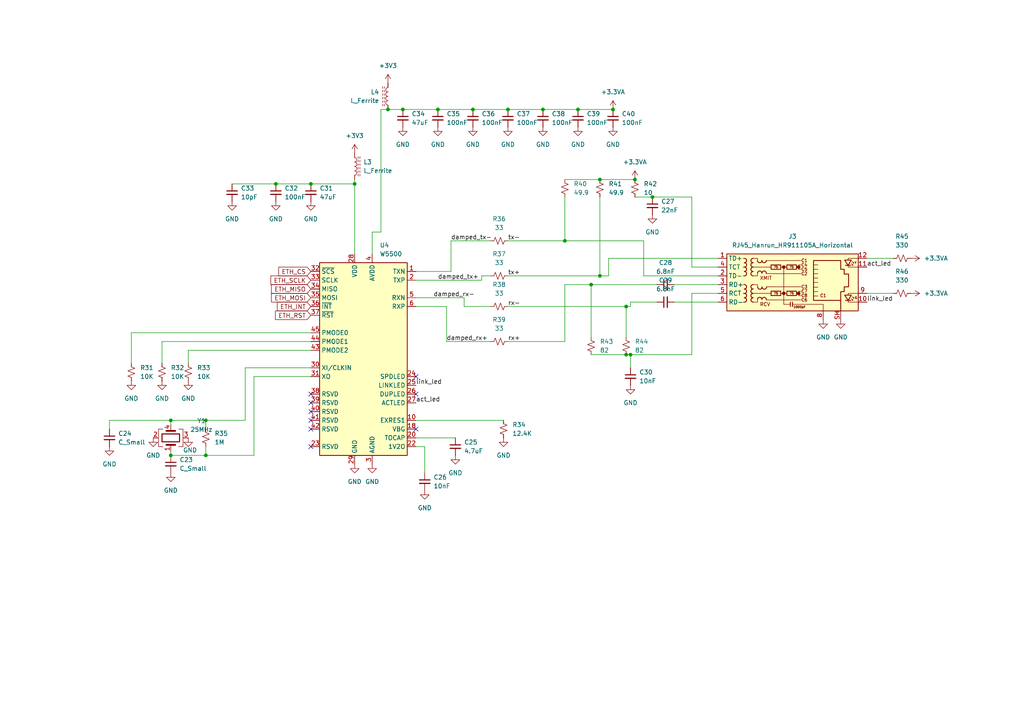
<source format=kicad_sch>
(kicad_sch (version 20231120) (generator "eeschema") (generator_version "8.0")
  (paper "A4")
  (lib_symbols
    (symbol "Connector:RJ45_Hanrun_HR911105A_Horizontal"
      (property "Reference" "J" (at 18.415 10.16 0))
      (property "Value" "RJ45_Hanrun_HR911105A_Horizontal" (at -19.05 10.16 0))
      (symbol "RJ45_Hanrun_HR911105A_Horizontal_0_0"
        (circle (center -1.27 -2.54) (radius 0.0001) (stroke (width 0.508)))
        (circle (center -1.27 5.08) (radius 0.0001) (stroke (width 0.508)))
        (polyline (pts (xy -1.27 5.08) (xy -1.27 -5.715)))
        (polyline (pts (xy 0.635 -5.08) (xy 0.635 -6.35)) (stroke (width 0.254)))
        (polyline (pts (xy 1.27 -5.08) (xy 1.27 -6.35)) (stroke (width 0.254)))
        (polyline (pts (xy 3.048 -2.54) (xy 2.54 -2.54)))
        (polyline (pts (xy 3.048 5.08) (xy 2.54 5.08)))
        (polyline (pts (xy 17.399 -3.048) (xy 17.399 -2.54) (xy 20.32 -2.54)))
        (polyline (pts (xy 17.399 7.112) (xy 17.399 7.62) (xy 20.32 7.62)))
        (polyline (pts (xy 20.32 -5.08) (xy 17.399 -5.08) (xy 17.399 -4.572)))
        (polyline (pts (xy 20.32 5.08) (xy 17.399 5.08) (xy 17.399 5.588)))
        (polyline (pts (xy 3.683 -1.905) (xy 3.048 -1.905) (xy 3.048 -3.175) (xy 3.683 -3.175)))
        (polyline (pts (xy 3.683 5.715) (xy 3.048 5.715) (xy 3.048 4.445) (xy 3.683 4.445)))
        (circle (center 3.048 -2.54) (radius 0.0001) (stroke (width 0.508)))
        (circle (center 3.048 5.08) (radius 0.0001) (stroke (width 0.508)))
        (text "C1" (at 4.699 6.985 0) (effects (font (size 0.889 0.889))))
        (text "C1" (at 10.16 -3.175 0) (effects (font (size 0.889 0.889))))
        (text "C2" (at 4.699 3.175 0) (effects (font (size 0.889 0.889))))
        (text "C3" (at 4.699 -0.635 0) (effects (font (size 0.889 0.889))))
        (text "C4" (at 4.699 5.715 0) (effects (font (size 0.889 0.889))))
        (text "C5" (at 4.699 4.445 0) (effects (font (size 0.889 0.889))))
        (text "C6" (at 4.699 -4.445 0) (effects (font (size 0.889 0.889))))
        (text "C7" (at 4.699 -1.905 0) (effects (font (size 0.889 0.889))))
        (text "C8" (at 4.699 -3.175 0) (effects (font (size 0.889 0.889))))
        (text "RCV" (at -8.255 -5.715 0) (effects (font (size 1.016 1.016)) (justify left)))
        (text "XMIT" (at -8.255 1.905 0) (effects (font (size 1.016 1.016)) (justify left)))
      )
      (symbol "RJ45_Hanrun_HR911105A_Horizontal_0_1"
        (rectangle (start -17.78 8.89) (end 20.32 -7.62) (stroke (width 0.254)) (fill (type background)))
        (polyline (pts (xy -12.7 -5.08) (xy -13.081 -5.08)))
        (polyline (pts (xy -12.7 -2.54) (xy -13.081 -2.54)))
        (polyline (pts (xy -12.7 0) (xy -13.081 0)))
        (polyline (pts (xy -12.7 2.54) (xy -13.081 2.54)))
        (polyline (pts (xy -12.7 5.08) (xy -13.081 5.08)))
        (polyline (pts (xy -12.7 7.62) (xy -13.081 7.62)))
        (polyline (pts (xy -6.35 -4.445) (xy 3.683 -4.445)))
        (polyline (pts (xy -6.35 3.175) (xy 3.683 3.175)))
        (polyline (pts (xy -6.35 6.985) (xy 3.683 6.985)))
        (polyline (pts (xy -6.223 -0.635) (xy 3.683 -0.635)))
        (polyline (pts (xy -5.08 -2.54) (xy -10.16 -2.54)))
        (polyline (pts (xy -4.953 5.08) (xy -10.16 5.08)))
        (polyline (pts (xy -2.159 -2.54) (xy -0.381 -2.54)))
        (polyline (pts (xy -2.159 5.08) (xy -0.381 5.08)))
        (polyline (pts (xy 0.635 -5.715) (xy -1.27 -5.715)))
        (polyline (pts (xy 7.366 -2.032) (xy 8.636 -2.032)))
        (polyline (pts (xy 7.366 -0.762) (xy 8.636 -0.762)))
        (polyline (pts (xy 7.366 0.635) (xy 8.636 0.635)))
        (polyline (pts (xy 7.366 1.905) (xy 8.636 1.905)))
        (polyline (pts (xy 7.366 3.175) (xy 8.636 3.175)))
        (polyline (pts (xy 8.636 -3.302) (xy 7.366 -3.302)))
        (polyline (pts (xy 8.636 4.445) (xy 7.366 4.445)))
        (polyline (pts (xy 8.636 5.715) (xy 7.366 5.715)))
        (polyline (pts (xy 10.16 -5.715) (xy 1.27 -5.715)))
        (polyline (pts (xy 10.16 -5.715) (xy 10.16 -7.62)))
        (polyline (pts (xy -10.16 0) (xy -8.89 0) (xy -8.89 -0.635)))
        (polyline (pts (xy -10.16 7.62) (xy -8.89 7.62) (xy -8.89 6.985)))
        (polyline (pts (xy -8.89 -4.445) (xy -8.89 -5.08) (xy -10.16 -5.08)))
        (polyline (pts (xy -8.89 3.175) (xy -8.89 2.54) (xy -10.16 2.54)))
      )
      (symbol "RJ45_Hanrun_HR911105A_Horizontal_1_0"
        (text "1000pF" (at 3.302 -6.477 0) (effects (font (size 0.635 0.635))))
      )
      (symbol "RJ45_Hanrun_HR911105A_Horizontal_1_1"
        (arc (start -12.7 -1.27) (mid -12.0677 -0.635) (end -12.7 0) (stroke (width 0.254)))
        (arc (start -12.6973 -5.08) (mid -12.065 -4.445) (end -12.6973 -3.81) (stroke (width 0.254)))
        (arc (start -12.6973 -3.81) (mid -12.065 -3.175) (end -12.6973 -2.54) (stroke (width 0.254)))
        (arc (start -12.6973 -2.54) (mid -12.065 -1.905) (end -12.6973 -1.27) (stroke (width 0.254)))
        (arc (start -12.6973 6.35) (mid -12.065 6.985) (end -12.6973 7.62) (stroke (width 0.254)))
        (arc (start -12.6946 2.54) (mid -12.0623 3.175) (end -12.6946 3.81) (stroke (width 0.254)))
        (arc (start -12.6946 3.81) (mid -12.0623 4.445) (end -12.6946 5.08) (stroke (width 0.254)))
        (arc (start -12.6946 5.08) (mid -12.0623 5.715) (end -12.6946 6.35) (stroke (width 0.254)))
        (arc (start -10.1654 -2.54) (mid -10.7977 -3.175) (end -10.1654 -3.81) (stroke (width 0.254)))
        (arc (start -10.1654 -1.27) (mid -10.7977 -1.905) (end -10.1654 -2.54) (stroke (width 0.254)))
        (arc (start -10.1654 0) (mid -10.7977 -0.635) (end -10.1654 -1.27) (stroke (width 0.254)))
        (arc (start -10.1654 5.08) (mid -10.7977 4.445) (end -10.1654 3.81) (stroke (width 0.254)))
        (arc (start -10.1654 6.35) (mid -10.7977 5.715) (end -10.1654 5.08) (stroke (width 0.254)))
        (arc (start -10.1654 7.62) (mid -10.7977 6.985) (end -10.1654 6.35) (stroke (width 0.254)))
        (arc (start -10.1627 -3.81) (mid -10.795 -4.445) (end -10.1627 -5.08) (stroke (width 0.254)))
        (arc (start -10.1627 3.81) (mid -10.795 3.175) (end -10.1627 2.54) (stroke (width 0.254)))
        (arc (start -8.89 6.9823) (mid -8.255 6.35) (end -7.62 6.9823) (stroke (width 0.254)))
        (arc (start -8.8265 -0.7012) (mid -8.1915 -1.3335) (end -7.5565 -0.7012) (stroke (width 0.254)))
        (arc (start -7.62 -4.3153) (mid -8.255 -3.683) (end -8.89 -4.3153) (stroke (width 0.254)))
        (arc (start -7.62 3.3047) (mid -8.255 3.937) (end -8.89 3.3047) (stroke (width 0.254)))
        (arc (start -7.62 6.985) (mid -6.985 6.3527) (end -6.35 6.985) (stroke (width 0.254)))
        (arc (start -7.5565 -0.6985) (mid -6.9215 -1.3308) (end -6.2865 -0.6985) (stroke (width 0.254)))
        (arc (start -6.35 -4.3126) (mid -6.985 -3.6803) (end -7.62 -4.3126) (stroke (width 0.254)))
        (arc (start -6.35 3.3074) (mid -6.985 3.9397) (end -7.62 3.3074) (stroke (width 0.254)))
        (rectangle (start -4.953 -1.905) (end -2.159 -3.175) (stroke (width 0.254)))
        (rectangle (start -4.953 5.715) (end -2.159 4.445) (stroke (width 0.254)))
        (rectangle (start -0.381 -1.905) (end 2.413 -3.175) (stroke (width 0.254)))
        (rectangle (start -0.381 5.715) (end 2.413 4.445) (stroke (width 0.254)))
        (polyline (pts (xy 15.24 -7.62) (xy 15.24 -4.572)) (stroke (width 0.254)))
        (polyline (pts (xy 18.161 -4.572) (xy 16.637 -4.572)) (stroke (width 0.254)))
        (polyline (pts (xy 18.161 5.588) (xy 16.637 5.588)) (stroke (width 0.254)))
        (polyline (pts (xy 18.796 -4.572) (xy 18.796 -4.318)))
        (polyline (pts (xy 18.796 5.588) (xy 18.796 5.842)))
        (polyline (pts (xy 19.05 -3.937) (xy 19.05 -3.683)))
        (polyline (pts (xy 19.05 6.223) (xy 19.05 6.477)))
        (polyline (pts (xy 18.288 -4.064) (xy 18.796 -4.572) (xy 18.542 -4.572)))
        (polyline (pts (xy 18.288 6.096) (xy 18.796 5.588) (xy 18.542 5.588)))
        (polyline (pts (xy 18.542 -3.429) (xy 19.05 -3.937) (xy 18.796 -3.937)))
        (polyline (pts (xy 18.542 6.731) (xy 19.05 6.223) (xy 18.796 6.223)))
        (polyline (pts (xy 18.288 -3.048) (xy 16.383 -3.048) (xy 17.399 -4.572) (xy 18.288 -3.048)) (stroke (width 0.254)))
        (polyline (pts (xy 18.288 7.112) (xy 16.383 7.112) (xy 17.399 5.588) (xy 18.288 7.112)) (stroke (width 0.254)))
        (polyline (pts (xy 7.366 -4.572) (xy 7.366 6.985) (xy 15.24 6.985) (xy 15.24 4.445) (xy 16.256 4.445) (xy 16.256 3.048) (xy 17.526 3.048) (xy 17.526 -0.635) (xy 16.256 -0.635) (xy 16.256 -2.032) (xy 15.24 -2.032) (xy 15.24 -4.572) (xy 7.366 -4.572)) (stroke (width 0.254)))
        (text "75" (at -3.556 -2.54 0) (effects (font (size 0.635 0.635))))
        (text "75" (at -3.556 5.08 0) (effects (font (size 0.635 0.635))))
        (text "75" (at 1.016 -2.54 0) (effects (font (size 0.635 0.635))))
        (text "75" (at 1.016 5.08 0) (effects (font (size 0.635 0.635))))
        (text "G" (at 19.685 -3.81 0) (effects (font (size 0.635 0.635))))
        (text "Y" (at 19.558 6.35 0) (effects (font (size 0.635 0.635))))
        (pin passive line (at -20.32 7.62 0) (length 2.54) (name "TD+") (number "1"))
        (pin passive line (at 22.86 -5.08 180) (length 2.54) (name "") (number "10"))
        (pin passive line (at 22.86 5.08 180) (length 2.54) (name "") (number "11"))
        (pin passive line (at 22.86 7.62 180) (length 2.54) (name "") (number "12"))
        (pin passive line (at -20.32 2.54 0) (length 2.54) (name "TD-") (number "2"))
        (pin passive line (at -20.32 0 0) (length 2.54) (name "RD+") (number "3"))
        (pin passive line (at -20.32 5.08 0) (length 2.54) (name "TCT") (number "4"))
        (pin passive line (at -20.32 -2.54 0) (length 2.54) (name "RCT") (number "5"))
        (pin passive line (at -20.32 -5.08 0) (length 2.54) (name "RD-") (number "6"))
        (pin no_connect line (at 20.32 0 0) (length 0) hide (name "NC") (number "7"))
        (pin power_in line (at 10.16 -10.16 90) (length 2.54) (name "") (number "8"))
        (pin passive line (at 22.86 -2.54 180) (length 2.54) (name "") (number "9"))
        (pin passive line (at 15.24 -10.16 90) (length 2.54) (name "") (number "SH"))
      )
    )
    (symbol "Device:C_Small" (pin_numbers hide) (pin_names (offset 0.254) hide)
      (property "Reference" "C" (at 0.254 1.778 0))
      (property "Value" "C_Small" (at 0.254 -2.032 0))
      (symbol "C_Small_0_1"
        (polyline (pts (xy -1.524 -0.508) (xy 1.524 -0.508)) (stroke (width 0.3302)))
        (polyline (pts (xy -1.524 0.508) (xy 1.524 0.508)) (stroke (width 0.3048)))
      )
      (symbol "C_Small_1_1"
        (pin passive line (at 0 2.54 270) (length 2.032) (name "~") (number "1"))
        (pin passive line (at 0 -2.54 90) (length 2.032) (name "~") (number "2"))
      )
    )
    (symbol "Device:Crystal_GND23" (pin_names (offset 1.016) hide)
      (property "Reference" "Y" (at 3.175 5.08 0))
      (property "Value" "Crystal_GND23" (at 3.175 3.175 0))
      (symbol "Crystal_GND23_0_1"
        (rectangle (start -1.143 2.54) (end 1.143 -2.54) (stroke (width 0.3048)))
        (polyline (pts (xy -2.54 0) (xy -2.032 0)))
        (polyline (pts (xy -2.032 -1.27) (xy -2.032 1.27)) (stroke (width 0.508)))
        (polyline (pts (xy 0 -3.81) (xy 0 -3.556)))
        (polyline (pts (xy 0 3.556) (xy 0 3.81)))
        (polyline (pts (xy 2.032 -1.27) (xy 2.032 1.27)) (stroke (width 0.508)))
        (polyline (pts (xy 2.032 0) (xy 2.54 0)))
        (polyline (pts (xy -2.54 -2.286) (xy -2.54 -3.556) (xy 2.54 -3.556) (xy 2.54 -2.286)))
        (polyline (pts (xy -2.54 2.286) (xy -2.54 3.556) (xy 2.54 3.556) (xy 2.54 2.286)))
      )
      (symbol "Crystal_GND23_1_1"
        (pin passive line (at -3.81 0 0) (length 1.27) (name "1") (number "1"))
        (pin passive line (at 0 5.08 270) (length 1.27) (name "2") (number "2"))
        (pin passive line (at 0 -5.08 90) (length 1.27) (name "3") (number "3"))
        (pin passive line (at 3.81 0 180) (length 1.27) (name "4") (number "4"))
      )
    )
    (symbol "Device:L_Ferrite" (pin_numbers hide) (pin_names (offset 1.016) hide)
      (property "Reference" "L" (at -1.27 0 90))
      (property "Value" "L_Ferrite" (at 2.794 0 90))
      (symbol "L_Ferrite_0_1"
        (arc (start 0 -2.54) (mid 0.6323 -1.905) (end 0 -1.27))
        (arc (start 0 -1.27) (mid 0.6323 -0.635) (end 0 0))
        (polyline (pts (xy 1.016 -2.794) (xy 1.016 -2.286)))
        (polyline (pts (xy 1.016 -1.778) (xy 1.016 -1.27)))
        (polyline (pts (xy 1.016 -0.762) (xy 1.016 -0.254)))
        (polyline (pts (xy 1.016 0.254) (xy 1.016 0.762)))
        (polyline (pts (xy 1.016 1.27) (xy 1.016 1.778)))
        (polyline (pts (xy 1.016 2.286) (xy 1.016 2.794)))
        (polyline (pts (xy 1.524 -2.286) (xy 1.524 -2.794)))
        (polyline (pts (xy 1.524 -1.27) (xy 1.524 -1.778)))
        (polyline (pts (xy 1.524 -0.254) (xy 1.524 -0.762)))
        (polyline (pts (xy 1.524 0.762) (xy 1.524 0.254)))
        (polyline (pts (xy 1.524 1.778) (xy 1.524 1.27)))
        (polyline (pts (xy 1.524 2.794) (xy 1.524 2.286)))
        (arc (start 0 0) (mid 0.6323 0.635) (end 0 1.27))
        (arc (start 0 1.27) (mid 0.6323 1.905) (end 0 2.54))
      )
      (symbol "L_Ferrite_1_1"
        (pin passive line (at 0 3.81 270) (length 1.27) (name "1") (number "1"))
        (pin passive line (at 0 -3.81 90) (length 1.27) (name "2") (number "2"))
      )
    )
    (symbol "Device:R_Small_US" (pin_numbers hide) (pin_names (offset 0.254) hide)
      (property "Reference" "R" (at 0.762 0.508 0))
      (property "Value" "R_Small_US" (at 0.762 -1.016 0))
      (symbol "R_Small_US_1_1"
        (polyline (pts (xy 0 0) (xy 1.016 -0.381) (xy 0 -0.762) (xy -1.016 -1.143) (xy 0 -1.524)))
        (polyline (pts (xy 0 1.524) (xy 1.016 1.143) (xy 0 0.762) (xy -1.016 0.381) (xy 0 0)))
        (pin passive line (at 0 2.54 270) (length 1.016) (name "~") (number "1"))
        (pin passive line (at 0 -2.54 90) (length 1.016) (name "~") (number "2"))
      )
    )
    (symbol "Interface_Ethernet:W5500"
      (property "Reference" "U" (at -11.43 29.21 0))
      (property "Value" "W5500" (at 8.89 29.21 0))
      (symbol "W5500_0_1"
        (rectangle (start -12.7 27.94) (end 12.7 -27.94) (stroke (width 0.254)) (fill (type background)))
      )
      (symbol "W5500_1_1"
        (pin output line (at 15.24 25.4 180) (length 2.54) (name "TXN") (number "1"))
        (pin passive line (at 15.24 -17.78 180) (length 2.54) (name "EXRES1") (number "10"))
        (pin passive line (at 2.54 30.48 270) (length 2.54) hide (name "AVDD") (number "11"))
        (pin no_connect line (at 12.7 7.62 180) (length 2.54) hide (name "NC") (number "12"))
        (pin no_connect line (at 12.7 5.08 180) (length 2.54) hide (name "NC") (number "13"))
        (pin passive line (at 2.54 -30.48 90) (length 2.54) hide (name "AGND") (number "14"))
        (pin passive line (at 2.54 30.48 270) (length 2.54) hide (name "AVDD") (number "15"))
        (pin passive line (at 2.54 -30.48 90) (length 2.54) hide (name "AGND") (number "16"))
        (pin passive line (at 2.54 30.48 270) (length 2.54) hide (name "AVDD") (number "17"))
        (pin passive line (at 15.24 -20.32 180) (length 2.54) (name "VBG") (number "18"))
        (pin passive line (at 2.54 -30.48 90) (length 2.54) hide (name "AGND") (number "19"))
        (pin output line (at 15.24 22.86 180) (length 2.54) (name "TXP") (number "2"))
        (pin passive line (at 15.24 -22.86 180) (length 2.54) (name "TOCAP") (number "20"))
        (pin passive line (at 2.54 30.48 270) (length 2.54) hide (name "AVDD") (number "21"))
        (pin output line (at 15.24 -25.4 180) (length 2.54) (name "1V2O") (number "22"))
        (pin input line (at -15.24 -25.4 0) (length 2.54) (name "RSVD") (number "23"))
        (pin output line (at 15.24 -5.08 180) (length 2.54) (name "SPDLED") (number "24"))
        (pin output line (at 15.24 -7.62 180) (length 2.54) (name "LINKLED") (number "25"))
        (pin output line (at 15.24 -10.16 180) (length 2.54) (name "DUPLED") (number "26"))
        (pin output line (at 15.24 -12.7 180) (length 2.54) (name "ACTLED") (number "27"))
        (pin power_in line (at -2.54 30.48 270) (length 2.54) (name "VDD") (number "28"))
        (pin power_in line (at -2.54 -30.48 90) (length 2.54) (name "GND") (number "29"))
        (pin power_in line (at 2.54 -30.48 90) (length 2.54) (name "AGND") (number "3"))
        (pin input line (at -15.24 -2.54 0) (length 2.54) (name "XI/CLKIN") (number "30"))
        (pin output line (at -15.24 -5.08 0) (length 2.54) (name "XO") (number "31"))
        (pin input line (at -15.24 25.4 0) (length 2.54) (name "~{SCS}") (number "32"))
        (pin input line (at -15.24 22.86 0) (length 2.54) (name "SCLK") (number "33"))
        (pin output line (at -15.24 20.32 0) (length 2.54) (name "MISO") (number "34"))
        (pin input line (at -15.24 17.78 0) (length 2.54) (name "MOSI") (number "35"))
        (pin input line (at -15.24 15.24 0) (length 2.54) (name "~{INT}") (number "36"))
        (pin input line (at -15.24 12.7 0) (length 2.54) (name "~{RST}") (number "37"))
        (pin input line (at -15.24 -10.16 0) (length 2.54) (name "RSVD") (number "38"))
        (pin input line (at -15.24 -12.7 0) (length 2.54) (name "RSVD") (number "39"))
        (pin power_in line (at 2.54 30.48 270) (length 2.54) (name "AVDD") (number "4"))
        (pin input line (at -15.24 -15.24 0) (length 2.54) (name "RSVD") (number "40"))
        (pin input line (at -15.24 -17.78 0) (length 2.54) (name "RSVD") (number "41"))
        (pin input line (at -15.24 -20.32 0) (length 2.54) (name "RSVD") (number "42"))
        (pin input line (at -15.24 2.54 0) (length 2.54) (name "PMODE2") (number "43"))
        (pin input line (at -15.24 5.08 0) (length 2.54) (name "PMODE1") (number "44"))
        (pin input line (at -15.24 7.62 0) (length 2.54) (name "PMODE0") (number "45"))
        (pin no_connect line (at 12.7 2.54 180) (length 2.54) hide (name "NC") (number "46"))
        (pin no_connect line (at 12.7 0 180) (length 2.54) hide (name "NC") (number "47"))
        (pin passive line (at 2.54 -30.48 90) (length 2.54) hide (name "AGND") (number "48"))
        (pin input line (at 15.24 17.78 180) (length 2.54) (name "RXN") (number "5"))
        (pin input line (at 15.24 15.24 180) (length 2.54) (name "RXP") (number "6"))
        (pin no_connect line (at 12.7 10.16 180) (length 2.54) hide (name "DNC") (number "7"))
        (pin passive line (at 2.54 30.48 270) (length 2.54) hide (name "AVDD") (number "8"))
        (pin passive line (at 2.54 -30.48 90) (length 2.54) hide (name "AGND") (number "9"))
      )
    )
    (symbol "power:+3.3VA" (power) (pin_numbers hide) (pin_names (offset 0) hide)
      (property "Value" "+3.3VA" (at 0 3.556 0))
      (symbol "+3.3VA_0_1"
        (polyline (pts (xy -0.762 1.27) (xy 0 2.54)))
        (polyline (pts (xy 0 0) (xy 0 2.54)))
        (polyline (pts (xy 0 2.54) (xy 0.762 1.27)))
      )
      (symbol "+3.3VA_1_1"
        (pin power_in line (at 0 0 90) (length 0) (name "~") (number "1"))
      )
    )
    (symbol "power:+3V3" (power) (pin_numbers hide) (pin_names (offset 0) hide)
      (property "Value" "+3V3" (at 0 3.556 0))
      (symbol "+3V3_0_1"
        (polyline (pts (xy -0.762 1.27) (xy 0 2.54)))
        (polyline (pts (xy 0 0) (xy 0 2.54)))
        (polyline (pts (xy 0 2.54) (xy 0.762 1.27)))
      )
      (symbol "+3V3_1_1"
        (pin power_in line (at 0 0 90) (length 0) (name "~") (number "1"))
      )
    )
    (symbol "power:GND" (power) (pin_numbers hide) (pin_names (offset 0) hide)
      (property "Value" "GND" (at 0 -3.81 0))
      (symbol "GND_0_1"
        (polyline (pts (xy 0 0) (xy 0 -1.27) (xy 1.27 -1.27) (xy 0 -2.54) (xy -1.27 -1.27) (xy 0 -1.27)))
      )
      (symbol "GND_1_1"
        (pin power_in line (at 0 0 270) (length 0) (name "~") (number "1"))
      )
    )
  )
  (junction (at 137.16 31.75))
  (junction (at 59.69 121.92))
  (junction (at 59.69 132.08))
  (junction (at 173.99 80.01))
  (junction (at 49.53 121.92))
  (junction (at 90.17 53.34))
  (junction (at 189.23 57.15))
  (junction (at 80.01 53.34))
  (junction (at 163.83 69.85))
  (junction (at 112.522 31.75))
  (junction (at 181.61 88.9))
  (junction (at 116.84 31.75))
  (junction (at 157.48 31.75))
  (junction (at 181.61 102.87))
  (junction (at 127 31.75))
  (junction (at 167.64 31.75))
  (junction (at 171.45 82.55))
  (junction (at 49.53 132.08))
  (junction (at 102.87 53.34))
  (junction (at 147.32 31.75))
  (junction (at 173.99 52.07))
  (junction (at 182.88 102.87))
  (junction (at 184.15 52.07))
  (junction (at 177.8 31.75))
  (no_connect (at 90.17 119.38))
  (no_connect (at 90.17 114.3))
  (no_connect (at 90.17 124.46))
  (no_connect (at 90.17 116.84))
  (no_connect (at 90.17 129.54))
  (no_connect (at 120.65 109.22))
  (no_connect (at 120.65 124.46))
  (no_connect (at 120.65 114.3))
  (no_connect (at 90.17 121.92))
  (wire (pts (xy 59.69 121.92) (xy 59.69 124.46)))
  (wire (pts (xy 112.522 31.75) (xy 110.49 31.75)))
  (wire (pts (xy 120.65 86.36) (xy 134.62 86.36)))
  (wire (pts (xy 73.66 109.22) (xy 90.17 109.22)))
  (wire (pts (xy 182.88 102.87) (xy 200.66 102.87)))
  (wire (pts (xy 200.66 77.47) (xy 208.28 77.47)))
  (wire (pts (xy 186.69 80.01) (xy 208.28 80.01)))
  (wire (pts (xy 134.62 88.9) (xy 142.24 88.9)))
  (wire (pts (xy 49.53 130.81) (xy 49.53 132.08)))
  (wire (pts (xy 134.62 86.36) (xy 134.62 88.9)))
  (wire (pts (xy 181.61 88.9) (xy 182.88 88.9)))
  (wire (pts (xy 147.32 99.06) (xy 163.83 99.06)))
  (wire (pts (xy 120.65 78.74) (xy 130.81 78.74)))
  (wire (pts (xy 110.49 67.31) (xy 107.95 67.31)))
  (wire (pts (xy 182.88 88.9) (xy 182.88 87.63)))
  (wire (pts (xy 31.75 124.46) (xy 31.75 121.92)))
  (wire (pts (xy 139.7 80.01) (xy 142.24 80.01)))
  (wire (pts (xy 251.46 74.93) (xy 259.08 74.93)))
  (wire (pts (xy 110.49 31.75) (xy 110.49 67.31)))
  (wire (pts (xy 195.58 82.55) (xy 208.28 82.55)))
  (wire (pts (xy 167.64 31.75) (xy 157.48 31.75)))
  (wire (pts (xy 46.99 105.41) (xy 46.99 99.06)))
  (wire (pts (xy 157.48 31.75) (xy 147.32 31.75)))
  (wire (pts (xy 49.53 132.08) (xy 59.69 132.08)))
  (wire (pts (xy 129.54 99.06) (xy 142.24 99.06)))
  (wire (pts (xy 182.88 87.63) (xy 190.5 87.63)))
  (wire (pts (xy 49.53 121.92) (xy 59.69 121.92)))
  (wire (pts (xy 59.69 121.92) (xy 71.12 121.92)))
  (wire (pts (xy 200.66 85.09) (xy 208.28 85.09)))
  (wire (pts (xy 200.66 57.15) (xy 200.66 77.47)))
  (wire (pts (xy 176.53 80.01) (xy 176.53 74.93)))
  (wire (pts (xy 195.58 87.63) (xy 208.28 87.63)))
  (wire (pts (xy 173.99 57.15) (xy 173.99 80.01)))
  (wire (pts (xy 123.19 129.54) (xy 123.19 137.16)))
  (wire (pts (xy 173.99 80.01) (xy 176.53 80.01)))
  (wire (pts (xy 137.16 31.75) (xy 127 31.75)))
  (wire (pts (xy 107.95 67.31) (xy 107.95 73.66)))
  (wire (pts (xy 38.1 96.52) (xy 90.17 96.52)))
  (wire (pts (xy 90.17 53.34) (xy 102.87 53.34)))
  (wire (pts (xy 182.88 106.68) (xy 182.88 102.87)))
  (wire (pts (xy 38.1 105.41) (xy 38.1 96.52)))
  (wire (pts (xy 251.46 85.09) (xy 259.08 85.09)))
  (wire (pts (xy 129.54 88.9) (xy 129.54 99.06)))
  (wire (pts (xy 147.32 88.9) (xy 181.61 88.9)))
  (wire (pts (xy 31.75 121.92) (xy 49.53 121.92)))
  (wire (pts (xy 59.69 129.54) (xy 59.69 132.08)))
  (wire (pts (xy 54.61 101.6) (xy 90.17 101.6)))
  (wire (pts (xy 127 31.75) (xy 116.84 31.75)))
  (wire (pts (xy 102.87 52.07) (xy 102.87 53.34)))
  (wire (pts (xy 163.83 99.06) (xy 163.83 82.55)))
  (wire (pts (xy 54.61 105.41) (xy 54.61 101.6)))
  (wire (pts (xy 102.87 53.34) (xy 102.87 73.66)))
  (wire (pts (xy 171.45 82.55) (xy 190.5 82.55)))
  (wire (pts (xy 163.83 82.55) (xy 171.45 82.55)))
  (wire (pts (xy 116.84 31.75) (xy 112.522 31.75)))
  (wire (pts (xy 73.66 132.08) (xy 73.66 109.22)))
  (wire (pts (xy 139.7 81.28) (xy 139.7 80.01)))
  (wire (pts (xy 171.45 102.87) (xy 181.61 102.87)))
  (wire (pts (xy 71.12 106.68) (xy 90.17 106.68)))
  (wire (pts (xy 176.53 74.93) (xy 208.28 74.93)))
  (wire (pts (xy 120.65 88.9) (xy 129.54 88.9)))
  (wire (pts (xy 181.61 102.87) (xy 182.88 102.87)))
  (wire (pts (xy 80.01 53.34) (xy 90.17 53.34)))
  (wire (pts (xy 120.65 121.92) (xy 146.05 121.92)))
  (wire (pts (xy 184.15 57.15) (xy 189.23 57.15)))
  (wire (pts (xy 130.81 69.85) (xy 142.24 69.85)))
  (wire (pts (xy 163.83 52.07) (xy 173.99 52.07)))
  (wire (pts (xy 71.12 121.92) (xy 71.12 106.68)))
  (wire (pts (xy 46.99 99.06) (xy 90.17 99.06)))
  (wire (pts (xy 130.81 78.74) (xy 130.81 69.85)))
  (wire (pts (xy 177.8 31.75) (xy 167.64 31.75)))
  (wire (pts (xy 120.65 81.28) (xy 139.7 81.28)))
  (wire (pts (xy 49.53 121.92) (xy 49.53 123.19)))
  (wire (pts (xy 120.65 127) (xy 132.08 127)))
  (wire (pts (xy 171.45 82.55) (xy 171.45 97.79)))
  (wire (pts (xy 186.69 69.85) (xy 186.69 80.01)))
  (wire (pts (xy 147.32 69.85) (xy 163.83 69.85)))
  (wire (pts (xy 189.23 57.15) (xy 200.66 57.15)))
  (wire (pts (xy 147.32 31.75) (xy 137.16 31.75)))
  (wire (pts (xy 147.32 80.01) (xy 173.99 80.01)))
  (wire (pts (xy 173.99 52.07) (xy 184.15 52.07)))
  (wire (pts (xy 163.83 69.85) (xy 186.69 69.85)))
  (wire (pts (xy 59.69 132.08) (xy 73.66 132.08)))
  (wire (pts (xy 200.66 102.87) (xy 200.66 85.09)))
  (wire (pts (xy 163.83 57.15) (xy 163.83 69.85)))
  (wire (pts (xy 181.61 88.9) (xy 181.61 97.79)))
  (wire (pts (xy 120.65 129.54) (xy 123.19 129.54)))
  (wire (pts (xy 67.31 53.34) (xy 80.01 53.34)))
  (label "damped_rx-" (at 125.73 86.36 0))
  (label "damped_tx+" (at 127 81.28 0))
  (label "rx+" (at 147.32 99.06 0))
  (label "damped_rx+" (at 129.54 99.06 0))
  (label "damped_tx-" (at 130.81 69.85 0))
  (label "link_led" (at 120.65 111.76 0))
  (label "tx-" (at 147.32 69.85 0))
  (label "act_led" (at 120.65 116.84 0))
  (label "link_led" (at 251.46 87.63 0))
  (label "tx+" (at 147.32 80.01 0))
  (label "act_led" (at 251.46 77.47 0))
  (label "rx-" (at 147.32 88.9 0))
  (global_label "ETH_RST" (shape input) (at 90.17 91.44 180) (property "Intersheetrefs" "${INTERSHEET_REFS}" (effects (hide yes))))
  (global_label "ETH_MOSI" (shape input) (at 90.17 86.36 180) (property "Intersheetrefs" "${INTERSHEET_REFS}" (effects (hide yes))))
  (global_label "ETH_CS" (shape input) (at 90.17 78.74 180) (property "Intersheetrefs" "${INTERSHEET_REFS}" (effects (hide yes))))
  (global_label "ETH_INT" (shape input) (at 90.17 88.9 180) (property "Intersheetrefs" "${INTERSHEET_REFS}" (effects (hide yes))))
  (global_label "ETH_MISO" (shape input) (at 90.17 83.82 180) (property "Intersheetrefs" "${INTERSHEET_REFS}" (effects (hide yes))))
  (global_label "ETH_SCLK" (shape input) (at 90.17 81.28 180) (property "Intersheetrefs" "${INTERSHEET_REFS}" (effects (hide yes))))
  (symbol (lib_id "power:GND") (at 80.01 58.42 0) (unit 1)
    (property "Reference" "#PWR084" (effects (hide yes)))
    (property "Value" "GND" (at 80.01 63.5 0))
    (property "Description" "Power symbol creates a global label with name \"GND\" , ground" (effects (hide yes)))
  )
  (symbol (lib_id "Device:R_Small_US") (at 59.69 127 0) (unit 1)
    (property "Reference" "R35" (at 62.23 125.7299 0) (effects (justify left)))
    (property "Value" "1M" (at 62.23 128.2699 0) (effects (justify left)))
    (property "Description" "Resistor, small US symbol" (effects (hide yes)))
  )
  (symbol (lib_id "Connector:RJ45_Hanrun_HR911105A_Horizontal") (at 228.6 82.55 0) (unit 1)
    (property "Reference" "J3" (at 229.87 68.58 0))
    (property "Value" "RJ45_Hanrun_HR911105A_Horizontal" (at 229.87 71.12 0))
    (property "Footprint" "Connector_RJ:RJ45_Hanrun_HR911105A_Horizontal" (effects (hide yes)))
    (property "Datasheet" "https://datasheet.lcsc.com/lcsc/1811141815_HANRUN-Zhongshan-HanRun-Elec-HR911105A_C12074.pdf" (effects (hide yes)))
    (property "Description" "1 Port RJ45 Magjack Connector Through Hole 10/100 Base-T, AutoMDIX" (effects (hide yes)))
  )
  (symbol (lib_id "power:GND") (at 102.87 134.62 0) (unit 1)
    (property "Reference" "#PWR071" (effects (hide yes)))
    (property "Value" "GND" (at 102.87 139.7 0))
    (property "Description" "Power symbol creates a global label with name \"GND\" , ground" (effects (hide yes)))
  )
  (symbol (lib_id "Device:L_Ferrite") (at 102.87 48.26 0) (unit 1)
    (property "Reference" "L3" (at 105.41 46.9899 0) (effects (justify left)))
    (property "Value" "L_Ferrite" (at 105.41 49.5299 0) (effects (justify left)))
    (property "Description" "Inductor with ferrite core" (effects (hide yes)))
  )
  (symbol (lib_id "power:GND") (at 189.23 62.23 0) (unit 1)
    (property "Reference" "#PWR076" (effects (hide yes)))
    (property "Value" "GND" (at 189.23 67.31 0))
    (property "Description" "Power symbol creates a global label with name \"GND\" , ground" (effects (hide yes)))
  )
  (symbol (lib_id "Device:C_Small") (at 31.75 127 0) (unit 1)
    (property "Reference" "C24" (at 34.29 125.7362 0) (effects (justify left)))
    (property "Value" "C_Small" (at 34.29 128.2762 0) (effects (justify left)))
    (property "Description" "Unpolarized capacitor, small symbol" (effects (hide yes)))
  )
  (symbol (lib_id "Device:R_Small_US") (at 261.62 85.09 90) (unit 1)
    (property "Reference" "R46" (at 261.62 78.74 90))
    (property "Value" "330" (at 261.62 81.28 90))
    (property "Description" "Resistor, small US symbol" (effects (hide yes)))
  )
  (symbol (lib_id "Device:R_Small_US") (at 173.99 54.61 0) (unit 1)
    (property "Reference" "R41" (at 176.53 53.3399 0) (effects (justify left)))
    (property "Value" "49.9" (at 176.53 55.8799 0) (effects (justify left)))
    (property "Description" "Resistor, small US symbol" (effects (hide yes)))
  )
  (symbol (lib_id "Device:C_Small") (at 132.08 129.54 0) (unit 1)
    (property "Reference" "C25" (at 134.62 128.2762 0) (effects (justify left)))
    (property "Value" "4.7uF" (at 134.62 130.8162 0) (effects (justify left)))
    (property "Description" "Unpolarized capacitor, small symbol" (effects (hide yes)))
  )
  (symbol (lib_id "Device:C_Small") (at 127 34.29 0) (unit 1)
    (property "Reference" "C35" (at 129.54 33.0262 0) (effects (justify left)))
    (property "Value" "100nF" (at 129.54 35.5662 0) (effects (justify left)))
    (property "Description" "Unpolarized capacitor, small symbol" (effects (hide yes)))
  )
  (symbol (lib_id "Device:C_Small") (at 182.88 109.22 0) (unit 1)
    (property "Reference" "C30" (at 185.42 107.9562 0) (effects (justify left)))
    (property "Value" "10nF" (at 185.42 110.4962 0) (effects (justify left)))
    (property "Description" "Unpolarized capacitor, small symbol" (effects (hide yes)))
  )
  (symbol (lib_id "power:+3.3VA") (at 177.8 31.75 0) (unit 1)
    (property "Reference" "#PWR094" (effects (hide yes)))
    (property "Value" "+3.3VA" (at 177.8 26.67 0))
    (property "Description" "Power symbol creates a global label with name \"+3.3VA\"" (effects (hide yes)))
  )
  (symbol (lib_id "Device:C_Small") (at 189.23 59.69 0) (unit 1)
    (property "Reference" "C27" (at 191.77 58.4262 0) (effects (justify left)))
    (property "Value" "22nF" (at 191.77 60.9662 0) (effects (justify left)))
    (property "Description" "Unpolarized capacitor, small symbol" (effects (hide yes)))
  )
  (symbol (lib_id "Device:R_Small_US") (at 171.45 100.33 0) (unit 1)
    (property "Reference" "R43" (at 173.99 99.0599 0) (effects (justify left)))
    (property "Value" "82" (at 173.99 101.5999 0) (effects (justify left)))
    (property "Description" "Resistor, small US symbol" (effects (hide yes)))
  )
  (symbol (lib_id "power:GND") (at 238.76 92.71 0) (unit 1)
    (property "Reference" "#PWR078" (effects (hide yes)))
    (property "Value" "GND" (at 238.76 97.79 0))
    (property "Description" "Power symbol creates a global label with name \"GND\" , ground" (effects (hide yes)))
  )
  (symbol (lib_id "power:GND") (at 44.45 127 0) (unit 1)
    (property "Reference" "#PWR067" (effects (hide yes)))
    (property "Value" "GND" (at 44.45 132.08 0))
    (property "Description" "Power symbol creates a global label with name \"GND\" , ground" (effects (hide yes)))
  )
  (symbol (lib_id "Device:C_Small") (at 193.04 87.63 90) (unit 1)
    (property "Reference" "C29" (at 193.0463 81.28 90))
    (property "Value" "6.8nF" (at 193.0463 83.82 90))
    (property "Description" "Unpolarized capacitor, small symbol" (effects (hide yes)))
  )
  (symbol (lib_id "Device:R_Small_US") (at 144.78 69.85 90) (unit 1)
    (property "Reference" "R36" (at 144.78 63.5 90))
    (property "Value" "33" (at 144.78 66.04 90))
    (property "Description" "Resistor, small US symbol" (effects (hide yes)))
  )
  (symbol (lib_id "power:+3.3VA") (at 184.15 52.07 0) (unit 1)
    (property "Reference" "#PWR075" (effects (hide yes)))
    (property "Value" "+3.3VA" (at 184.15 46.99 0))
    (property "Description" "Power symbol creates a global label with name \"+3.3VA\"" (effects (hide yes)))
  )
  (symbol (lib_id "Device:R_Small_US") (at 54.61 107.95 180) (unit 1)
    (property "Reference" "R33" (at 57.15 106.6799 0) (effects (justify right)))
    (property "Value" "10K" (at 57.15 109.2199 0) (effects (justify right)))
    (property "Description" "Resistor, small US symbol" (effects (hide yes)))
  )
  (symbol (lib_id "Device:R_Small_US") (at 261.62 74.93 90) (unit 1)
    (property "Reference" "R45" (at 261.62 68.58 90))
    (property "Value" "330" (at 261.62 71.12 90))
    (property "Description" "Resistor, small US symbol" (effects (hide yes)))
  )
  (symbol (lib_id "power:+3V3") (at 112.522 24.13 0) (mirror y) (unit 1)
    (property "Reference" "#PWR086" (effects (hide yes)))
    (property "Value" "+3V3" (at 112.522 19.05 0))
    (property "Description" "Power symbol creates a global label with name \"+3V3\"" (effects (hide yes)))
  )
  (symbol (lib_id "power:+3.3VA") (at 264.16 74.93 270) (unit 1)
    (property "Reference" "#PWR080" (effects (hide yes)))
    (property "Value" "+3.3VA" (at 267.97 74.9299 90) (effects (justify left)))
    (property "Description" "Power symbol creates a global label with name \"+3.3VA\"" (effects (hide yes)))
  )
  (symbol (lib_id "power:GND") (at 182.88 111.76 0) (unit 1)
    (property "Reference" "#PWR077" (effects (hide yes)))
    (property "Value" "GND" (at 182.88 116.84 0))
    (property "Description" "Power symbol creates a global label with name \"GND\" , ground" (effects (hide yes)))
  )
  (symbol (lib_id "Device:R_Small_US") (at 38.1 107.95 180) (unit 1)
    (property "Reference" "R31" (at 40.64 106.6799 0) (effects (justify right)))
    (property "Value" "10K" (at 40.64 109.2199 0) (effects (justify right)))
    (property "Description" "Resistor, small US symbol" (effects (hide yes)))
  )
  (symbol (lib_id "power:GND") (at 49.53 137.16 0) (unit 1)
    (property "Reference" "#PWR070" (effects (hide yes)))
    (property "Value" "GND" (at 49.53 142.24 0))
    (property "Description" "Power symbol creates a global label with name \"GND\" , ground" (effects (hide yes)))
  )
  (symbol (lib_id "power:GND") (at 132.08 132.08 0) (unit 1)
    (property "Reference" "#PWR073" (effects (hide yes)))
    (property "Value" "GND" (at 132.08 137.16 0))
    (property "Description" "Power symbol creates a global label with name \"GND\" , ground" (effects (hide yes)))
  )
  (symbol (lib_id "Device:R_Small_US") (at 144.78 88.9 90) (unit 1)
    (property "Reference" "R38" (at 144.78 82.55 90))
    (property "Value" "33" (at 144.78 85.09 90))
    (property "Description" "Resistor, small US symbol" (effects (hide yes)))
  )
  (symbol (lib_id "Device:C_Small") (at 123.19 139.7 0) (unit 1)
    (property "Reference" "C26" (at 125.73 138.4362 0) (effects (justify left)))
    (property "Value" "10nF" (at 125.73 140.9762 0) (effects (justify left)))
    (property "Description" "Unpolarized capacitor, small symbol" (effects (hide yes)))
  )
  (symbol (lib_id "Device:C_Small") (at 49.53 134.62 0) (unit 1)
    (property "Reference" "C23" (at 52.07 133.3562 0) (effects (justify left)))
    (property "Value" "C_Small" (at 52.07 135.8962 0) (effects (justify left)))
    (property "Description" "Unpolarized capacitor, small symbol" (effects (hide yes)))
  )
  (symbol (lib_id "power:GND") (at 123.19 142.24 0) (unit 1)
    (property "Reference" "#PWR074" (effects (hide yes)))
    (property "Value" "GND" (at 123.19 147.32 0))
    (property "Description" "Power symbol creates a global label with name \"GND\" , ground" (effects (hide yes)))
  )
  (symbol (lib_id "power:+3V3") (at 102.87 44.45 0) (unit 1)
    (property "Reference" "#PWR082" (effects (hide yes)))
    (property "Value" "+3V3" (at 102.87 39.37 0))
    (property "Description" "Power symbol creates a global label with name \"+3V3\"" (effects (hide yes)))
  )
  (symbol (lib_id "power:GND") (at 157.48 36.83 0) (unit 1)
    (property "Reference" "#PWR091" (effects (hide yes)))
    (property "Value" "GND" (at 157.48 41.91 0))
    (property "Description" "Power symbol creates a global label with name \"GND\" , ground" (effects (hide yes)))
  )
  (symbol (lib_id "Device:C_Small") (at 167.64 34.29 0) (unit 1)
    (property "Reference" "C39" (at 170.18 33.0262 0) (effects (justify left)))
    (property "Value" "100nF" (at 170.18 35.5662 0) (effects (justify left)))
    (property "Description" "Unpolarized capacitor, small symbol" (effects (hide yes)))
  )
  (symbol (lib_id "power:GND") (at 127 36.83 0) (unit 1)
    (property "Reference" "#PWR088" (effects (hide yes)))
    (property "Value" "GND" (at 127 41.91 0))
    (property "Description" "Power symbol creates a global label with name \"GND\" , ground" (effects (hide yes)))
  )
  (symbol (lib_id "power:GND") (at 107.95 134.62 0) (unit 1)
    (property "Reference" "#PWR072" (effects (hide yes)))
    (property "Value" "GND" (at 107.95 139.7 0))
    (property "Description" "Power symbol creates a global label with name \"GND\" , ground" (effects (hide yes)))
  )
  (symbol (lib_id "Device:C_Small") (at 67.31 55.88 0) (unit 1)
    (property "Reference" "C33" (at 69.85 54.6162 0) (effects (justify left)))
    (property "Value" "10pF" (at 69.85 57.1562 0) (effects (justify left)))
    (property "Description" "Unpolarized capacitor, small symbol" (effects (hide yes)))
  )
  (symbol (lib_id "Device:C_Small") (at 177.8 34.29 0) (unit 1)
    (property "Reference" "C40" (at 180.34 33.0262 0) (effects (justify left)))
    (property "Value" "100nF" (at 180.34 35.5662 0) (effects (justify left)))
    (property "Description" "Unpolarized capacitor, small symbol" (effects (hide yes)))
  )
  (symbol (lib_id "power:GND") (at 177.8 36.83 0) (unit 1)
    (property "Reference" "#PWR093" (effects (hide yes)))
    (property "Value" "GND" (at 177.8 41.91 0))
    (property "Description" "Power symbol creates a global label with name \"GND\" , ground" (effects (hide yes)))
  )
  (symbol (lib_id "power:GND") (at 167.64 36.83 0) (unit 1)
    (property "Reference" "#PWR092" (effects (hide yes)))
    (property "Value" "GND" (at 167.64 41.91 0))
    (property "Description" "Power symbol creates a global label with name \"GND\" , ground" (effects (hide yes)))
  )
  (symbol (lib_id "Device:C_Small") (at 116.84 34.29 0) (unit 1)
    (property "Reference" "C34" (at 119.38 33.0262 0) (effects (justify left)))
    (property "Value" "47uF" (at 119.38 35.5662 0) (effects (justify left)))
    (property "Description" "Unpolarized capacitor, small symbol" (effects (hide yes)))
  )
  (symbol (lib_id "power:GND") (at 38.1 110.49 0) (unit 1)
    (property "Reference" "#PWR065" (effects (hide yes)))
    (property "Value" "GND" (at 38.1 115.57 0))
    (property "Description" "Power symbol creates a global label with name \"GND\" , ground" (effects (hide yes)))
  )
  (symbol (lib_id "power:GND") (at 67.31 58.42 0) (unit 1)
    (property "Reference" "#PWR083" (effects (hide yes)))
    (property "Value" "GND" (at 67.31 63.5 0))
    (property "Description" "Power symbol creates a global label with name \"GND\" , ground" (effects (hide yes)))
  )
  (symbol (lib_id "Device:C_Small") (at 80.01 55.88 0) (unit 1)
    (property "Reference" "C32" (at 82.55 54.6162 0) (effects (justify left)))
    (property "Value" "100nF" (at 82.55 57.1562 0) (effects (justify left)))
    (property "Description" "Unpolarized capacitor, small symbol" (effects (hide yes)))
  )
  (symbol (lib_id "power:GND") (at 243.84 92.71 0) (unit 1)
    (property "Reference" "#PWR079" (effects (hide yes)))
    (property "Value" "GND" (at 243.84 97.79 0))
    (property "Description" "Power symbol creates a global label with name \"GND\" , ground" (effects (hide yes)))
  )
  (symbol (lib_id "Device:C_Small") (at 193.04 82.55 90) (unit 1)
    (property "Reference" "C28" (at 193.0463 76.2 90))
    (property "Value" "6.8nF" (at 193.0463 78.74 90))
    (property "Description" "Unpolarized capacitor, small symbol" (effects (hide yes)))
  )
  (symbol (lib_id "Device:L_Ferrite") (at 112.522 27.94 0) (mirror y) (unit 1)
    (property "Reference" "L4" (at 109.982 26.6699 0) (effects (justify left)))
    (property "Value" "L_Ferrite" (at 109.982 29.2099 0) (effects (justify left)))
    (property "Description" "Inductor with ferrite core" (effects (hide yes)))
  )
  (symbol (lib_id "power:GND") (at 90.17 58.42 0) (unit 1)
    (property "Reference" "#PWR085" (effects (hide yes)))
    (property "Value" "GND" (at 90.17 63.5 0))
    (property "Description" "Power symbol creates a global label with name \"GND\" , ground" (effects (hide yes)))
  )
  (symbol (lib_id "Device:R_Small_US") (at 146.05 124.46 180) (unit 1)
    (property "Reference" "R34" (at 148.59 123.1899 0) (effects (justify right)))
    (property "Value" "12.4K" (at 148.59 125.7299 0) (effects (justify right)))
    (property "Description" "Resistor, small US symbol" (effects (hide yes)))
  )
  (symbol (lib_id "Device:R_Small_US") (at 46.99 107.95 180) (unit 1)
    (property "Reference" "R32" (at 49.53 106.6799 0) (effects (justify right)))
    (property "Value" "10K" (at 49.53 109.2199 0) (effects (justify right)))
    (property "Description" "Resistor, small US symbol" (effects (hide yes)))
  )
  (symbol (lib_id "Device:R_Small_US") (at 144.78 80.01 90) (unit 1)
    (property "Reference" "R37" (at 144.78 73.66 90))
    (property "Value" "33" (at 144.78 76.2 90))
    (property "Description" "Resistor, small US symbol" (effects (hide yes)))
  )
  (symbol (lib_id "power:GND") (at 54.61 127 0) (unit 1)
    (property "Reference" "#PWR068" (effects (hide yes)))
    (property "Value" "GND" (at 55.118 130.556 0))
    (property "Description" "Power symbol creates a global label with name \"GND\" , ground" (effects (hide yes)))
  )
  (symbol (lib_id "power:+3.3VA") (at 264.16 85.09 270) (unit 1)
    (property "Reference" "#PWR081" (effects (hide yes)))
    (property "Value" "+3.3VA" (at 267.97 85.0899 90) (effects (justify left)))
    (property "Description" "Power symbol creates a global label with name \"+3.3VA\"" (effects (hide yes)))
  )
  (symbol (lib_id "power:GND") (at 147.32 36.83 0) (unit 1)
    (property "Reference" "#PWR090" (effects (hide yes)))
    (property "Value" "GND" (at 147.32 41.91 0))
    (property "Description" "Power symbol creates a global label with name \"GND\" , ground" (effects (hide yes)))
  )
  (symbol (lib_id "power:GND") (at 46.99 110.49 0) (unit 1)
    (property "Reference" "#PWR064" (effects (hide yes)))
    (property "Value" "GND" (at 46.99 115.57 0))
    (property "Description" "Power symbol creates a global label with name \"GND\" , ground" (effects (hide yes)))
  )
  (symbol (lib_id "power:GND") (at 137.16 36.83 0) (unit 1)
    (property "Reference" "#PWR089" (effects (hide yes)))
    (property "Value" "GND" (at 137.16 41.91 0))
    (property "Description" "Power symbol creates a global label with name \"GND\" , ground" (effects (hide yes)))
  )
  (symbol (lib_id "power:GND") (at 146.05 127 0) (unit 1)
    (property "Reference" "#PWR066" (effects (hide yes)))
    (property "Value" "GND" (at 146.05 132.08 0))
    (property "Description" "Power symbol creates a global label with name \"GND\" , ground" (effects (hide yes)))
  )
  (symbol (lib_id "Device:R_Small_US") (at 184.15 54.61 0) (unit 1)
    (property "Reference" "R42" (at 186.69 53.3399 0) (effects (justify left)))
    (property "Value" "10" (at 186.69 55.8799 0) (effects (justify left)))
    (property "Description" "Resistor, small US symbol" (effects (hide yes)))
  )
  (symbol (lib_id "Interface_Ethernet:W5500") (at 105.41 104.14 0) (unit 1)
    (property "Reference" "U4" (at 110.1441 71.12 0) (effects (justify left)))
    (property "Value" "W5500" (at 110.1441 73.66 0) (effects (justify left)))
    (property "Footprint" "Package_QFP:LQFP-48_7x7mm_P0.5mm" (effects (hide yes)))
    (property "Datasheet" "http://wizwiki.net/wiki/lib/exe/fetch.php/products:w5500:w5500_ds_v109e.pdf" (effects (hide yes)))
    (property "Description" "10/100Mb SPI Ethernet controller with TCP/IP stack, LQFP-48" (effects (hide yes)))
  )
  (symbol (lib_id "power:GND") (at 54.61 110.49 0) (unit 1)
    (property "Reference" "#PWR063" (effects (hide yes)))
    (property "Value" "GND" (at 54.61 115.57 0))
    (property "Description" "Power symbol creates a global label with name \"GND\" , ground" (effects (hide yes)))
  )
  (symbol (lib_id "Device:C_Small") (at 90.17 55.88 0) (unit 1)
    (property "Reference" "C31" (at 92.71 54.6162 0) (effects (justify left)))
    (property "Value" "47uF" (at 92.71 57.1562 0) (effects (justify left)))
    (property "Description" "Unpolarized capacitor, small symbol" (effects (hide yes)))
  )
  (symbol (lib_id "Device:C_Small") (at 157.48 34.29 0) (unit 1)
    (property "Reference" "C38" (at 160.02 33.0262 0) (effects (justify left)))
    (property "Value" "100nF" (at 160.02 35.5662 0) (effects (justify left)))
    (property "Description" "Unpolarized capacitor, small symbol" (effects (hide yes)))
  )
  (symbol (lib_id "Device:C_Small") (at 147.32 34.29 0) (unit 1)
    (property "Reference" "C37" (at 149.86 33.0262 0) (effects (justify left)))
    (property "Value" "100nF" (at 149.86 35.5662 0) (effects (justify left)))
    (property "Description" "Unpolarized capacitor, small symbol" (effects (hide yes)))
  )
  (symbol (lib_id "Device:R_Small_US") (at 163.83 54.61 0) (unit 1)
    (property "Reference" "R40" (at 166.37 53.3399 0) (effects (justify left)))
    (property "Value" "49.9" (at 166.37 55.8799 0) (effects (justify left)))
    (property "Description" "Resistor, small US symbol" (effects (hide yes)))
  )
  (symbol (lib_id "Device:R_Small_US") (at 181.61 100.33 0) (unit 1)
    (property "Reference" "R44" (at 184.15 99.0599 0) (effects (justify left)))
    (property "Value" "82" (at 184.15 101.5999 0) (effects (justify left)))
    (property "Description" "Resistor, small US symbol" (effects (hide yes)))
  )
  (symbol (lib_id "power:GND") (at 31.75 129.54 0) (unit 1)
    (property "Reference" "#PWR069" (effects (hide yes)))
    (property "Value" "GND" (at 31.75 134.62 0))
    (property "Description" "Power symbol creates a global label with name \"GND\" , ground" (effects (hide yes)))
  )
  (symbol (lib_id "Device:C_Small") (at 137.16 34.29 0) (unit 1)
    (property "Reference" "C36" (at 139.7 33.0262 0) (effects (justify left)))
    (property "Value" "100nF" (at 139.7 35.5662 0) (effects (justify left)))
    (property "Description" "Unpolarized capacitor, small symbol" (effects (hide yes)))
  )
  (symbol (lib_id "Device:R_Small_US") (at 144.78 99.06 90) (unit 1)
    (property "Reference" "R39" (at 144.78 92.71 90))
    (property "Value" "33" (at 144.78 95.25 90))
    (property "Description" "Resistor, small US symbol" (effects (hide yes)))
  )
  (symbol (lib_id "Device:Crystal_GND23") (at 49.53 127 90) (unit 1)
    (property "Reference" "Y1" (at 58.42 122.0468 90))
    (property "Value" "25MHz" (at 58.42 124.5868 90))
    (property "Description" "Four pin crystal, GND on pins 2 and 3" (effects (hide yes)))
  )
  (symbol (lib_id "power:GND") (at 116.84 36.83 0) (unit 1)
    (property "Reference" "#PWR087" (effects (hide yes)))
    (property "Value" "GND" (at 116.84 41.91 0))
    (property "Description" "Power symbol creates a global label with name \"GND\" , ground" (effects (hide yes)))
  )
)
</source>
